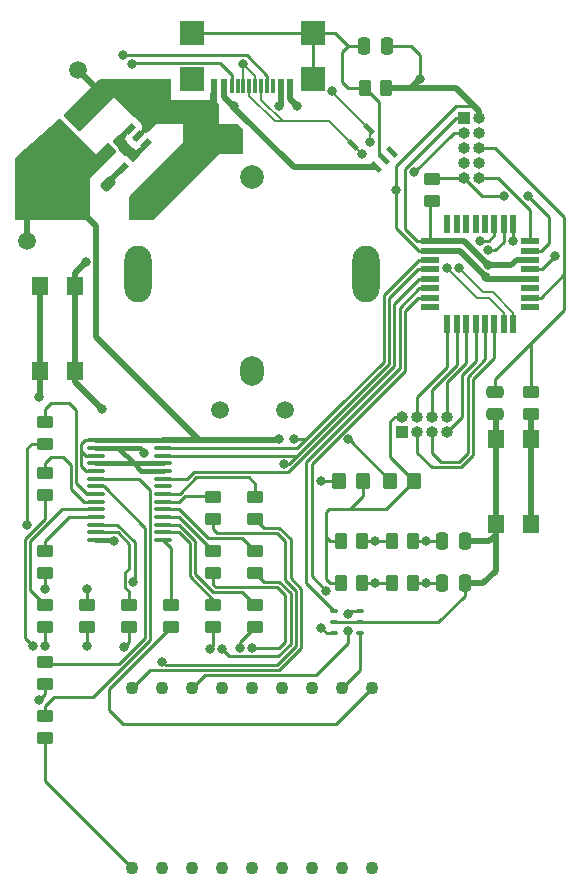
<source format=gtl>
%TF.GenerationSoftware,KiCad,Pcbnew,(6.0.2)*%
%TF.CreationDate,2022-04-01T16:02:14+02:00*%
%TF.ProjectId,rotarykeyboard,726f7461-7279-46b6-9579-626f6172642e,rev?*%
%TF.SameCoordinates,Original*%
%TF.FileFunction,Copper,L1,Top*%
%TF.FilePolarity,Positive*%
%FSLAX46Y46*%
G04 Gerber Fmt 4.6, Leading zero omitted, Abs format (unit mm)*
G04 Created by KiCad (PCBNEW (6.0.2)) date 2022-04-01 16:02:14*
%MOMM*%
%LPD*%
G01*
G04 APERTURE LIST*
G04 Aperture macros list*
%AMRoundRect*
0 Rectangle with rounded corners*
0 $1 Rounding radius*
0 $2 $3 $4 $5 $6 $7 $8 $9 X,Y pos of 4 corners*
0 Add a 4 corners polygon primitive as box body*
4,1,4,$2,$3,$4,$5,$6,$7,$8,$9,$2,$3,0*
0 Add four circle primitives for the rounded corners*
1,1,$1+$1,$2,$3*
1,1,$1+$1,$4,$5*
1,1,$1+$1,$6,$7*
1,1,$1+$1,$8,$9*
0 Add four rect primitives between the rounded corners*
20,1,$1+$1,$2,$3,$4,$5,0*
20,1,$1+$1,$4,$5,$6,$7,0*
20,1,$1+$1,$6,$7,$8,$9,0*
20,1,$1+$1,$8,$9,$2,$3,0*%
%AMRotRect*
0 Rectangle, with rotation*
0 The origin of the aperture is its center*
0 $1 length*
0 $2 width*
0 $3 Rotation angle, in degrees counterclockwise*
0 Add horizontal line*
21,1,$1,$2,0,0,$3*%
G04 Aperture macros list end*
%TA.AperFunction,SMDPad,CuDef*%
%ADD10RoundRect,0.250000X-0.450000X0.262500X-0.450000X-0.262500X0.450000X-0.262500X0.450000X0.262500X0*%
%TD*%
%TA.AperFunction,SMDPad,CuDef*%
%ADD11RoundRect,0.250000X-0.475000X0.250000X-0.475000X-0.250000X0.475000X-0.250000X0.475000X0.250000X0*%
%TD*%
%TA.AperFunction,SMDPad,CuDef*%
%ADD12RoundRect,0.250000X-0.250000X-0.475000X0.250000X-0.475000X0.250000X0.475000X-0.250000X0.475000X0*%
%TD*%
%TA.AperFunction,SMDPad,CuDef*%
%ADD13R,0.609600X1.143000*%
%TD*%
%TA.AperFunction,SMDPad,CuDef*%
%ADD14R,0.304800X1.143000*%
%TD*%
%TA.AperFunction,SMDPad,CuDef*%
%ADD15R,2.159000X2.006600*%
%TD*%
%TA.AperFunction,SMDPad,CuDef*%
%ADD16C,1.500000*%
%TD*%
%TA.AperFunction,SMDPad,CuDef*%
%ADD17RoundRect,0.218750X0.424264X0.114905X0.114905X0.424264X-0.424264X-0.114905X-0.114905X-0.424264X0*%
%TD*%
%TA.AperFunction,SMDPad,CuDef*%
%ADD18RoundRect,0.250000X0.159099X-0.512652X0.512652X-0.159099X-0.159099X0.512652X-0.512652X0.159099X0*%
%TD*%
%TA.AperFunction,ComponentPad*%
%ADD19C,2.000000*%
%TD*%
%TA.AperFunction,ComponentPad*%
%ADD20O,2.300000X4.800000*%
%TD*%
%TA.AperFunction,ComponentPad*%
%ADD21O,2.000000X2.500000*%
%TD*%
%TA.AperFunction,ComponentPad*%
%ADD22C,1.500000*%
%TD*%
%TA.AperFunction,SMDPad,CuDef*%
%ADD23RoundRect,0.250000X-0.262500X-0.450000X0.262500X-0.450000X0.262500X0.450000X-0.262500X0.450000X0*%
%TD*%
%TA.AperFunction,ComponentPad*%
%ADD24R,1.000000X1.000000*%
%TD*%
%TA.AperFunction,ComponentPad*%
%ADD25O,1.000000X1.000000*%
%TD*%
%TA.AperFunction,SMDPad,CuDef*%
%ADD26RoundRect,0.250000X0.350000X0.450000X-0.350000X0.450000X-0.350000X-0.450000X0.350000X-0.450000X0*%
%TD*%
%TA.AperFunction,SMDPad,CuDef*%
%ADD27RotRect,0.914400X0.508000X225.000000*%
%TD*%
%TA.AperFunction,ComponentPad*%
%ADD28C,1.100000*%
%TD*%
%TA.AperFunction,SMDPad,CuDef*%
%ADD29R,1.400000X1.600000*%
%TD*%
%TA.AperFunction,SMDPad,CuDef*%
%ADD30RoundRect,0.100000X-0.200000X0.100000X-0.200000X-0.100000X0.200000X-0.100000X0.200000X0.100000X0*%
%TD*%
%TA.AperFunction,SMDPad,CuDef*%
%ADD31RoundRect,0.100000X-0.637500X-0.100000X0.637500X-0.100000X0.637500X0.100000X-0.637500X0.100000X0*%
%TD*%
%TA.AperFunction,SMDPad,CuDef*%
%ADD32RotRect,1.003300X0.406400X315.000000*%
%TD*%
%TA.AperFunction,SMDPad,CuDef*%
%ADD33R,0.550000X1.600000*%
%TD*%
%TA.AperFunction,SMDPad,CuDef*%
%ADD34R,1.600000X0.550000*%
%TD*%
%TA.AperFunction,ViaPad*%
%ADD35C,0.800000*%
%TD*%
%TA.AperFunction,Conductor*%
%ADD36C,0.250000*%
%TD*%
%TA.AperFunction,Conductor*%
%ADD37C,0.500000*%
%TD*%
%TA.AperFunction,Conductor*%
%ADD38C,0.400000*%
%TD*%
%TA.AperFunction,Conductor*%
%ADD39C,0.200000*%
%TD*%
G04 APERTURE END LIST*
D10*
%TO.P,R205,1*%
%TO.N,Net-(U203-Pad8)*%
X63754000Y-73509500D03*
%TO.P,R205,2*%
%TO.N,Net-(R205-Pad2)*%
X63754000Y-75334500D03*
%TD*%
D11*
%TO.P,C108,1*%
%TO.N,Net-(C108-Pad1)*%
X101854000Y-70932000D03*
%TO.P,C108,2*%
%TO.N,GND*%
X101854000Y-72832000D03*
%TD*%
D10*
%TO.P,R214,1*%
%TO.N,Net-(R214-Pad1)*%
X81542391Y-89003500D03*
%TO.P,R214,2*%
%TO.N,Net-(R214-Pad2)*%
X81542391Y-90828500D03*
%TD*%
D12*
%TO.P,C107,1*%
%TO.N,Net-(C107-Pad1)*%
X97348000Y-87122000D03*
%TO.P,C107,2*%
%TO.N,GND*%
X99248000Y-87122000D03*
%TD*%
D13*
%TO.P,J301,A1,GND*%
%TO.N,GND*%
X84480001Y-45018800D03*
%TO.P,J301,A4,VBUS*%
%TO.N,+5V*%
X83680000Y-45018800D03*
D14*
%TO.P,J301,A5,CC1*%
%TO.N,Net-(J301-PadA5)*%
X82530000Y-45018800D03*
%TO.P,J301,A6,D+*%
%TO.N,/USB & Power/USB_D+*%
X81530000Y-45018800D03*
%TO.P,J301,A7,D-*%
%TO.N,/USB & Power/USB_D-*%
X81030000Y-45018800D03*
%TO.P,J301,A8,SBU1*%
%TO.N,unconnected-(J301-PadA8)*%
X80030000Y-45018800D03*
D13*
%TO.P,J301,A9,VBUS*%
%TO.N,+5V*%
X78880000Y-45018800D03*
%TO.P,J301,A12,GND*%
%TO.N,GND*%
X78080001Y-45018800D03*
D14*
%TO.P,J301,B5,CC2*%
%TO.N,Net-(J301-PadB5)*%
X79530001Y-45018800D03*
%TO.P,J301,B6,D+*%
%TO.N,/USB & Power/USB_D+*%
X80529999Y-45018800D03*
%TO.P,J301,B7,D-*%
%TO.N,/USB & Power/USB_D-*%
X82030001Y-45018800D03*
%TO.P,J301,B8,SBU2*%
%TO.N,unconnected-(J301-PadB8)*%
X83029999Y-45018800D03*
D15*
%TO.P,J301,S1,SHIELD*%
%TO.N,Net-(C301-Pad1)*%
X76170000Y-40513800D03*
X86390000Y-44443800D03*
X76170000Y-44443800D03*
X86390000Y-40513800D03*
%TD*%
D16*
%TO.P,GND,1,1*%
%TO.N,GND*%
X66548000Y-43688000D03*
%TD*%
D17*
%TO.P,L301,1,1*%
%TO.N,Net-(L301-Pad1)*%
X69077301Y-53329301D03*
%TO.P,L301,2,2*%
%TO.N,+3V3*%
X67574699Y-51826699D03*
%TD*%
D18*
%TO.P,C303,1*%
%TO.N,+3V3*%
X65114249Y-48931751D03*
%TO.P,C303,2*%
%TO.N,GND*%
X66457751Y-47588249D03*
%TD*%
D10*
%TO.P,R209,1*%
%TO.N,Net-(U203-Pad12)*%
X67310000Y-89003500D03*
%TO.P,R209,2*%
%TO.N,Net-(R209-Pad2)*%
X67310000Y-90828500D03*
%TD*%
%TO.P,R105,1*%
%TO.N,Net-(C108-Pad1)*%
X104902000Y-70969500D03*
%TO.P,R105,2*%
%TO.N,Net-(R105-Pad2)*%
X104902000Y-72794500D03*
%TD*%
%TO.P,R208,1*%
%TO.N,Net-(U203-Pad11)*%
X63754000Y-84431500D03*
%TO.P,R208,2*%
%TO.N,Net-(R208-Pad2)*%
X63754000Y-86256500D03*
%TD*%
D19*
%TO.P,SW101,S*%
%TO.N,N/C*%
X81280000Y-52760000D03*
D20*
X71630000Y-60960000D03*
X90930000Y-60960000D03*
D21*
X81280000Y-69160000D03*
D22*
%TO.P,SW101,C,C*%
%TO.N,GND*%
X79280000Y-49460000D03*
%TO.P,SW101,B,B*%
%TO.N,Net-(R102-Pad2)*%
X84030000Y-72460000D03*
%TO.P,SW101,A,A*%
%TO.N,Net-(R101-Pad2)*%
X78530000Y-72460000D03*
%TD*%
D23*
%TO.P,R101,1*%
%TO.N,+3V3*%
X88749500Y-83566000D03*
%TO.P,R101,2*%
%TO.N,Net-(R101-Pad2)*%
X90574500Y-83566000D03*
%TD*%
D10*
%TO.P,R217,1*%
%TO.N,Net-(R217-Pad1)*%
X70866000Y-89003500D03*
%TO.P,R217,2*%
%TO.N,Net-(R217-Pad2)*%
X70866000Y-90828500D03*
%TD*%
%TO.P,R207,1*%
%TO.N,Net-(U203-Pad10)*%
X63754000Y-89003500D03*
%TO.P,R207,2*%
%TO.N,Net-(U202-Pad6)*%
X63754000Y-90828500D03*
%TD*%
D24*
%TO.P,J102,1,Pin_1*%
%TO.N,+3V3*%
X99197000Y-47742000D03*
D25*
%TO.P,J102,2,Pin_2*%
%TO.N,GND*%
X100467000Y-47742000D03*
%TO.P,J102,3,Pin_3*%
X99197000Y-49012000D03*
%TO.P,J102,4,Pin_4*%
%TO.N,unconnected-(J102-Pad4)*%
X100467000Y-49012000D03*
%TO.P,J102,5,Pin_5*%
%TO.N,unconnected-(J102-Pad5)*%
X99197000Y-50282000D03*
%TO.P,J102,6,Pin_6*%
%TO.N,Net-(C108-Pad1)*%
X100467000Y-50282000D03*
%TO.P,J102,7,Pin_7*%
%TO.N,unconnected-(J102-Pad7)*%
X99197000Y-51552000D03*
%TO.P,J102,8,Pin_8*%
%TO.N,unconnected-(J102-Pad8)*%
X100467000Y-51552000D03*
%TO.P,J102,9,Pin_9*%
%TO.N,Net-(J102-Pad9)*%
X99197000Y-52822000D03*
%TO.P,J102,10,Pin_10*%
%TO.N,Net-(J102-Pad10)*%
X100467000Y-52822000D03*
%TD*%
D26*
%TO.P,R202,1*%
%TO.N,+3V3*%
X94980000Y-78486000D03*
%TO.P,R202,2*%
%TO.N,/Segment display/SDA*%
X92980000Y-78486000D03*
%TD*%
D10*
%TO.P,R212,1*%
%TO.N,Net-(R212-Pad1)*%
X81542391Y-84431500D03*
%TO.P,R212,2*%
%TO.N,Net-(R212-Pad2)*%
X81542391Y-86256500D03*
%TD*%
%TO.P,R213,1*%
%TO.N,Net-(R213-Pad1)*%
X77986391Y-84431500D03*
%TO.P,R213,2*%
%TO.N,Net-(R213-Pad2)*%
X77986391Y-86256500D03*
%TD*%
D26*
%TO.P,R201,1*%
%TO.N,+3V3*%
X90662000Y-78486000D03*
%TO.P,R201,2*%
%TO.N,/Segment display/SCL*%
X88662000Y-78486000D03*
%TD*%
D23*
%TO.P,R301,1*%
%TO.N,Net-(C301-Pad1)*%
X90781500Y-45212000D03*
%TO.P,R301,2*%
%TO.N,GND*%
X92606500Y-45212000D03*
%TD*%
%TO.P,R103,1*%
%TO.N,Net-(R101-Pad2)*%
X93067500Y-83566000D03*
%TO.P,R103,2*%
%TO.N,Net-(C106-Pad1)*%
X94892500Y-83566000D03*
%TD*%
D27*
%TO.P,U302,1,VIN*%
%TO.N,+5V*%
X72264367Y-49968711D03*
%TO.P,U302,2,GND*%
%TO.N,GND*%
X71599828Y-49304172D03*
%TO.P,U302,3,CE*%
%TO.N,+5V*%
X70935289Y-48639633D03*
%TO.P,U302,4,VOUT*%
%TO.N,+3V3*%
X68950653Y-50606309D03*
%TO.P,U302,5,LX*%
%TO.N,Net-(L301-Pad1)*%
X70297691Y-51953347D03*
%TD*%
D28*
%TO.P,U202,1,E*%
%TO.N,Net-(U202-Pad1)*%
X71120000Y-111252000D03*
%TO.P,U202,2,M*%
%TO.N,Net-(U202-Pad2)*%
X73660000Y-111252000D03*
%TO.P,U202,3,NC*%
%TO.N,unconnected-(U202-Pad3)*%
X76200000Y-111252000D03*
%TO.P,U202,4,L*%
%TO.N,Net-(R205-Pad2)*%
X78740000Y-111252000D03*
%TO.P,U202,5,K*%
%TO.N,Net-(U202-Pad5)*%
X81280000Y-111252000D03*
%TO.P,U202,6,J*%
%TO.N,Net-(U202-Pad6)*%
X83820000Y-111252000D03*
%TO.P,U202,7,D*%
%TO.N,Net-(R208-Pad2)*%
X86360000Y-111252000D03*
%TO.P,U202,8,DP*%
%TO.N,Net-(R209-Pad2)*%
X88900000Y-111252000D03*
%TO.P,U202,9,C*%
%TO.N,Net-(R217-Pad2)*%
X91440000Y-111252000D03*
%TO.P,U202,10,B*%
%TO.N,Net-(R216-Pad2)*%
X91440000Y-96012000D03*
%TO.P,U202,11,C2*%
%TO.N,Net-(U201-Pad4)*%
X88900000Y-96012000D03*
%TO.P,U202,12,A*%
%TO.N,Net-(R215-Pad2)*%
X86360000Y-96012000D03*
%TO.P,U202,13,N*%
%TO.N,Net-(R214-Pad2)*%
X83820000Y-96012000D03*
%TO.P,U202,14,H*%
%TO.N,Net-(R213-Pad2)*%
X81280000Y-96012000D03*
%TO.P,U202,15,G*%
%TO.N,Net-(R212-Pad2)*%
X78740000Y-96012000D03*
%TO.P,U202,16,C1*%
%TO.N,Net-(U201-Pad6)*%
X76200000Y-96012000D03*
%TO.P,U202,17,P*%
%TO.N,Net-(R211-Pad2)*%
X73660000Y-96012000D03*
%TO.P,U202,18,F*%
%TO.N,Net-(R210-Pad2)*%
X71120000Y-96012000D03*
%TD*%
D29*
%TO.P,SW102,1,1*%
%TO.N,GND*%
X66270000Y-69132000D03*
%TO.P,SW102,2,2*%
X66270000Y-61932000D03*
%TO.P,SW102,3,K*%
%TO.N,Net-(SW102-Pad3)*%
X63270000Y-69132000D03*
%TO.P,SW102,4,A*%
X63270000Y-61932000D03*
%TD*%
D30*
%TO.P,U201,1,G1*%
%TO.N,/Segment display/C1*%
X88224000Y-89474000D03*
%TO.P,U201,2,S2*%
%TO.N,GND*%
X88224000Y-90424000D03*
%TO.P,U201,3,G2*%
%TO.N,/Segment display/C2*%
X88224000Y-91374000D03*
%TO.P,U201,4,D2*%
%TO.N,Net-(U201-Pad4)*%
X90424000Y-91374000D03*
%TO.P,U201,5,S1*%
%TO.N,GND*%
X90424000Y-90424000D03*
%TO.P,U201,6,D1*%
%TO.N,Net-(U201-Pad6)*%
X90424000Y-89474000D03*
%TD*%
D12*
%TO.P,C301,1*%
%TO.N,Net-(C301-Pad1)*%
X90744000Y-41656000D03*
%TO.P,C301,2*%
%TO.N,GND*%
X92644000Y-41656000D03*
%TD*%
D10*
%TO.P,R215,1*%
%TO.N,Net-(R215-Pad1)*%
X77986391Y-89003500D03*
%TO.P,R215,2*%
%TO.N,Net-(R215-Pad2)*%
X77986391Y-90828500D03*
%TD*%
%TO.P,R210,1*%
%TO.N,Net-(R210-Pad1)*%
X81542391Y-79859500D03*
%TO.P,R210,2*%
%TO.N,Net-(R210-Pad2)*%
X81542391Y-81684500D03*
%TD*%
D31*
%TO.P,U203,1,A0*%
%TO.N,+3V3*%
X68011891Y-75023000D03*
%TO.P,U203,2,A1*%
%TO.N,GND*%
X68011891Y-75673000D03*
%TO.P,U203,3,A2*%
%TO.N,+3V3*%
X68011891Y-76323000D03*
%TO.P,U203,4,A3*%
%TO.N,GND*%
X68011891Y-76973000D03*
%TO.P,U203,5,A4*%
%TO.N,+3V3*%
X68011891Y-77623000D03*
%TO.P,U203,6,LED0*%
%TO.N,Net-(U203-Pad6)*%
X68011891Y-78273000D03*
%TO.P,U203,7,LED1*%
%TO.N,Net-(U203-Pad7)*%
X68011891Y-78923000D03*
%TO.P,U203,8,LED2*%
%TO.N,Net-(U203-Pad8)*%
X68011891Y-79573000D03*
%TO.P,U203,9,LED3*%
%TO.N,Net-(U203-Pad9)*%
X68011891Y-80223000D03*
%TO.P,U203,10,LED4*%
%TO.N,Net-(U203-Pad10)*%
X68011891Y-80873000D03*
%TO.P,U203,11,LED5*%
%TO.N,Net-(U203-Pad11)*%
X68011891Y-81523000D03*
%TO.P,U203,12,LED6*%
%TO.N,Net-(U203-Pad12)*%
X68011891Y-82173000D03*
%TO.P,U203,13,LED7*%
%TO.N,Net-(R217-Pad1)*%
X68011891Y-82823000D03*
%TO.P,U203,14,VSS*%
%TO.N,GND*%
X68011891Y-83473000D03*
%TO.P,U203,15,LED8*%
%TO.N,Net-(R216-Pad1)*%
X73736891Y-83473000D03*
%TO.P,U203,16,LED9*%
%TO.N,Net-(R215-Pad1)*%
X73736891Y-82823000D03*
%TO.P,U203,17,LED10*%
%TO.N,Net-(R214-Pad1)*%
X73736891Y-82173000D03*
%TO.P,U203,18,LED11*%
%TO.N,Net-(R213-Pad1)*%
X73736891Y-81523000D03*
%TO.P,U203,19,LED12*%
%TO.N,Net-(R212-Pad1)*%
X73736891Y-80873000D03*
%TO.P,U203,20,LED13*%
%TO.N,Net-(R211-Pad1)*%
X73736891Y-80223000D03*
%TO.P,U203,21,LED14*%
%TO.N,Net-(R210-Pad1)*%
X73736891Y-79573000D03*
%TO.P,U203,22,LED15*%
%TO.N,unconnected-(U203-Pad22)*%
X73736891Y-78923000D03*
%TO.P,U203,23,~{OE}*%
%TO.N,/Segment display/~OE*%
X73736891Y-78273000D03*
%TO.P,U203,24,A5*%
%TO.N,GND*%
X73736891Y-77623000D03*
%TO.P,U203,25,EXTCLK*%
X73736891Y-76973000D03*
%TO.P,U203,26,SCL*%
%TO.N,/Segment display/SCL*%
X73736891Y-76323000D03*
%TO.P,U203,27,SDA*%
%TO.N,/Segment display/SDA*%
X73736891Y-75673000D03*
%TO.P,U203,28,VDD*%
%TO.N,+3V3*%
X73736891Y-75023000D03*
%TD*%
D10*
%TO.P,R216,1*%
%TO.N,Net-(R216-Pad1)*%
X74430391Y-89003500D03*
%TO.P,R216,2*%
%TO.N,Net-(R216-Pad2)*%
X74430391Y-90828500D03*
%TD*%
D23*
%TO.P,R104,1*%
%TO.N,Net-(R102-Pad2)*%
X93067500Y-87122000D03*
%TO.P,R104,2*%
%TO.N,Net-(C107-Pad1)*%
X94892500Y-87122000D03*
%TD*%
D10*
%TO.P,R106,1*%
%TO.N,Net-(J102-Pad9)*%
X96520000Y-52935500D03*
%TO.P,R106,2*%
%TO.N,+3V3*%
X96520000Y-54760500D03*
%TD*%
D12*
%TO.P,C106,1*%
%TO.N,Net-(C106-Pad1)*%
X97348000Y-83566000D03*
%TO.P,C106,2*%
%TO.N,GND*%
X99248000Y-83566000D03*
%TD*%
D10*
%TO.P,R204,1*%
%TO.N,Net-(U203-Pad7)*%
X63754000Y-93829500D03*
%TO.P,R204,2*%
%TO.N,Net-(U202-Pad2)*%
X63754000Y-95654500D03*
%TD*%
D29*
%TO.P,SW103,1,1*%
%TO.N,Net-(R105-Pad2)*%
X104878000Y-82086000D03*
%TO.P,SW103,2,2*%
X104878000Y-74886000D03*
%TO.P,SW103,3,K*%
%TO.N,GND*%
X101878000Y-82086000D03*
%TO.P,SW103,4,A*%
X101878000Y-74886000D03*
%TD*%
D23*
%TO.P,R102,1*%
%TO.N,+3V3*%
X88749500Y-87122000D03*
%TO.P,R102,2*%
%TO.N,Net-(R102-Pad2)*%
X90574500Y-87122000D03*
%TD*%
D10*
%TO.P,R211,1*%
%TO.N,Net-(R211-Pad1)*%
X77986391Y-79859500D03*
%TO.P,R211,2*%
%TO.N,Net-(R211-Pad2)*%
X77986391Y-81684500D03*
%TD*%
D24*
%TO.P,J101,1,Pin_1*%
%TO.N,GND*%
X93980000Y-74285000D03*
D25*
%TO.P,J101,2,Pin_2*%
%TO.N,+3V3*%
X93980000Y-73015000D03*
%TO.P,J101,3,Pin_3*%
%TO.N,Net-(J101-Pad3)*%
X95250000Y-74285000D03*
%TO.P,J101,4,Pin_4*%
%TO.N,Net-(J101-Pad4)*%
X95250000Y-73015000D03*
%TO.P,J101,5,Pin_5*%
%TO.N,Net-(J101-Pad5)*%
X96520000Y-74285000D03*
%TO.P,J101,6,Pin_6*%
%TO.N,Net-(J101-Pad6)*%
X96520000Y-73015000D03*
%TO.P,J101,7,Pin_7*%
%TO.N,Net-(J101-Pad7)*%
X97790000Y-74285000D03*
%TO.P,J101,8,Pin_8*%
%TO.N,Net-(J101-Pad8)*%
X97790000Y-73015000D03*
%TD*%
D10*
%TO.P,R203,1*%
%TO.N,Net-(U203-Pad6)*%
X63754000Y-98401500D03*
%TO.P,R203,2*%
%TO.N,Net-(U202-Pad1)*%
X63754000Y-100226500D03*
%TD*%
D16*
%TO.P,+3V3,1,1*%
%TO.N,+3V3*%
X62230000Y-58166000D03*
%TD*%
D32*
%TO.P,U301,1*%
%TO.N,/USB & Power/USB_D+*%
X91155326Y-48663880D03*
%TO.P,U301,2*%
%TO.N,/USB & Power/USB_D-*%
X89811880Y-50007326D03*
%TO.P,U301,3*%
%TO.N,+5V*%
X91724674Y-51920120D03*
%TO.P,U301,4*%
%TO.N,Net-(C301-Pad1)*%
X92396397Y-51248397D03*
%TO.P,U301,5*%
%TO.N,unconnected-(U301-Pad5)*%
X93068120Y-50576674D03*
%TD*%
D10*
%TO.P,R206,1*%
%TO.N,Net-(U203-Pad9)*%
X63754000Y-77827500D03*
%TO.P,R206,2*%
%TO.N,Net-(U202-Pad5)*%
X63754000Y-79652500D03*
%TD*%
D33*
%TO.P,U101,1,PA00*%
%TO.N,Net-(SW102-Pad3)*%
X103384000Y-56710000D03*
%TO.P,U101,2,PA01*%
%TO.N,Net-(C106-Pad1)*%
X102584000Y-56710000D03*
%TO.P,U101,3,PA02*%
%TO.N,Net-(C107-Pad1)*%
X101784000Y-56710000D03*
%TO.P,U101,4,PA03*%
%TO.N,unconnected-(U101-Pad4)*%
X100984000Y-56710000D03*
%TO.P,U101,5,PA04*%
%TO.N,unconnected-(U101-Pad5)*%
X100184000Y-56710000D03*
%TO.P,U101,6,PA05*%
%TO.N,unconnected-(U101-Pad6)*%
X99384000Y-56710000D03*
%TO.P,U101,7,PA06*%
%TO.N,unconnected-(U101-Pad7)*%
X98584000Y-56710000D03*
%TO.P,U101,8,PA07*%
%TO.N,unconnected-(U101-Pad8)*%
X97784000Y-56710000D03*
D34*
%TO.P,U101,9,VDDANA*%
%TO.N,+3V3*%
X96334000Y-58160000D03*
%TO.P,U101,10,GND*%
%TO.N,GND*%
X96334000Y-58960000D03*
%TO.P,U101,11,PA08*%
%TO.N,/Segment display/SDA*%
X96334000Y-59760000D03*
%TO.P,U101,12,PA09*%
%TO.N,/Segment display/SCL*%
X96334000Y-60560000D03*
%TO.P,U101,13,PA10*%
%TO.N,/Segment display/~OE*%
X96334000Y-61360000D03*
%TO.P,U101,14,PA11*%
%TO.N,/Segment display/C1*%
X96334000Y-62160000D03*
%TO.P,U101,15,PA14*%
%TO.N,/Segment display/C2*%
X96334000Y-62960000D03*
%TO.P,U101,16,PA15*%
%TO.N,unconnected-(U101-Pad16)*%
X96334000Y-63760000D03*
D33*
%TO.P,U101,17,PA16*%
%TO.N,Net-(J101-Pad4)*%
X97784000Y-65210000D03*
%TO.P,U101,18,PA17*%
%TO.N,Net-(J101-Pad6)*%
X98584000Y-65210000D03*
%TO.P,U101,19,PA18*%
%TO.N,Net-(J101-Pad8)*%
X99384000Y-65210000D03*
%TO.P,U101,20,PA19*%
%TO.N,Net-(J101-Pad7)*%
X100184000Y-65210000D03*
%TO.P,U101,21,PA22*%
%TO.N,Net-(J101-Pad5)*%
X100984000Y-65210000D03*
%TO.P,U101,22,PA23*%
%TO.N,Net-(J101-Pad3)*%
X101784000Y-65210000D03*
%TO.P,U101,23,PA24*%
%TO.N,/USB & Power/USB_D-*%
X102584000Y-65210000D03*
%TO.P,U101,24,PA25*%
%TO.N,/USB & Power/USB_D+*%
X103384000Y-65210000D03*
D34*
%TO.P,U101,25,PA27*%
%TO.N,unconnected-(U101-Pad25)*%
X104834000Y-63760000D03*
%TO.P,U101,26,\u002ARESET*%
%TO.N,Net-(C108-Pad1)*%
X104834000Y-62960000D03*
%TO.P,U101,27,PA28*%
%TO.N,unconnected-(U101-Pad27)*%
X104834000Y-62160000D03*
%TO.P,U101,28,GND*%
%TO.N,GND*%
X104834000Y-61360000D03*
%TO.P,U101,29,VDDCORE*%
%TO.N,Net-(C109-Pad1)*%
X104834000Y-60560000D03*
%TO.P,U101,30,VDDIN*%
%TO.N,+3V3*%
X104834000Y-59760000D03*
%TO.P,U101,31,PA30*%
%TO.N,Net-(J102-Pad9)*%
X104834000Y-58960000D03*
%TO.P,U101,32,PA31*%
%TO.N,Net-(J102-Pad10)*%
X104834000Y-58160000D03*
%TD*%
D35*
%TO.N,GND*%
X71628000Y-55626000D03*
X67222500Y-59944000D03*
X69596000Y-83566000D03*
X66548000Y-47752000D03*
X72144391Y-76073000D03*
X93472000Y-53848000D03*
X95504000Y-44450000D03*
X95000299Y-52328299D03*
X101092000Y-61214000D03*
X68580000Y-72390000D03*
X76454000Y-46990000D03*
X85090000Y-46736000D03*
%TO.N,Net-(C106-Pad1)*%
X96012000Y-83566000D03*
X101218791Y-58938039D03*
%TO.N,Net-(C107-Pad1)*%
X100584000Y-58166000D03*
X96012000Y-87122000D03*
%TO.N,+3V3*%
X101267938Y-60188562D03*
X83566000Y-74930000D03*
%TO.N,Net-(C109-Pad1)*%
X106934000Y-59436000D03*
%TO.N,Net-(C301-Pad1)*%
X76200000Y-44450000D03*
X76170000Y-40513800D03*
%TO.N,+5V*%
X79690139Y-46736000D03*
X83566000Y-46736000D03*
X70612000Y-50292000D03*
%TO.N,Net-(J102-Pad9)*%
X104652299Y-54351701D03*
X102611701Y-54360299D03*
%TO.N,Net-(J301-PadA5)*%
X70358000Y-42418000D03*
%TO.N,/USB & Power/USB_D-*%
X97790000Y-60452000D03*
X90554250Y-50800000D03*
%TO.N,/USB & Power/USB_D+*%
X98806000Y-60452000D03*
X88068379Y-45474407D03*
X80518000Y-43180000D03*
X91253750Y-49784000D03*
%TO.N,Net-(J301-PadB5)*%
X71120000Y-43180000D03*
%TO.N,Net-(R101-Pad2)*%
X91694000Y-83566000D03*
%TO.N,Net-(R102-Pad2)*%
X91694000Y-87122000D03*
%TO.N,/Segment display/SCL*%
X87122000Y-78486000D03*
X83942701Y-76999500D03*
%TO.N,/Segment display/SDA*%
X89413017Y-74935017D03*
X84836000Y-74930000D03*
%TO.N,Net-(R205-Pad2)*%
X62175687Y-82213997D03*
%TO.N,Net-(R208-Pad2)*%
X63754000Y-87630000D03*
%TO.N,Net-(R209-Pad2)*%
X67310000Y-92456000D03*
%TO.N,Net-(R211-Pad2)*%
X73660000Y-93763500D03*
%TO.N,Net-(R212-Pad2)*%
X78723503Y-92710000D03*
%TO.N,Net-(R213-Pad2)*%
X81280000Y-92589480D03*
%TO.N,Net-(R214-Pad2)*%
X80280497Y-92589480D03*
%TO.N,Net-(R215-Pad2)*%
X77724000Y-92710000D03*
%TO.N,Net-(R217-Pad2)*%
X70416842Y-92514842D03*
%TO.N,Net-(SW102-Pad3)*%
X63246000Y-71374000D03*
X103318456Y-58166000D03*
%TO.N,/Segment display/C2*%
X87122000Y-90932000D03*
X87559994Y-87770013D03*
%TO.N,Net-(U201-Pad6)*%
X89408000Y-89699500D03*
X89408000Y-91148500D03*
%TO.N,Net-(U203-Pad12)*%
X71190006Y-87008013D03*
X67310000Y-87630000D03*
%TO.N,Net-(U202-Pad2)*%
X63241701Y-97023701D03*
%TO.N,Net-(U202-Pad5)*%
X62754497Y-92456000D03*
%TO.N,Net-(U202-Pad6)*%
X63754000Y-92456000D03*
%TD*%
D36*
%TO.N,/Segment display/SDA*%
X85850564Y-74930000D02*
X88645282Y-72135282D01*
X84836000Y-74930000D02*
X85850564Y-74930000D01*
D37*
%TO.N,GND*%
X68580000Y-72390000D02*
X66270000Y-70080000D01*
X66270000Y-70080000D02*
X66270000Y-69132000D01*
D38*
X69944391Y-75673000D02*
X71744391Y-75673000D01*
X71744391Y-75673000D02*
X72144391Y-76073000D01*
D36*
X88224000Y-90424000D02*
X90424000Y-90424000D01*
D37*
X66270000Y-61932000D02*
X66270000Y-69132000D01*
D36*
X93472000Y-51816000D02*
X98559011Y-46728989D01*
D37*
X66548000Y-43688000D02*
X68072000Y-45212000D01*
D38*
X73736891Y-77623000D02*
X71894391Y-77623000D01*
D37*
X100838000Y-87122000D02*
X101878000Y-86082000D01*
D36*
X99248000Y-88204000D02*
X99248000Y-87122000D01*
D37*
X101092000Y-61214000D02*
X101238000Y-61360000D01*
X99248000Y-87122000D02*
X100838000Y-87122000D01*
D38*
X69503000Y-83473000D02*
X68011891Y-83473000D01*
X69596000Y-83566000D02*
X69503000Y-83473000D01*
D36*
X94742000Y-41656000D02*
X95504000Y-42418000D01*
D37*
X101878000Y-86082000D02*
X101878000Y-82086000D01*
D38*
X68011891Y-75673000D02*
X69944391Y-75673000D01*
D37*
X101878000Y-74886000D02*
X101878000Y-72856000D01*
D36*
X98559011Y-46728989D02*
X100083011Y-46728989D01*
D37*
X101878000Y-83034000D02*
X101878000Y-82086000D01*
D38*
X69944391Y-75673000D02*
X71244391Y-76973000D01*
D37*
X66270000Y-60896500D02*
X67222500Y-59944000D01*
D38*
X71894391Y-77623000D02*
X71244391Y-76973000D01*
D36*
X99197000Y-49012000D02*
X98316598Y-49012000D01*
D37*
X101092000Y-61214000D02*
X98838000Y-58960000D01*
X100467000Y-47112978D02*
X100467000Y-47742000D01*
X78080001Y-45018800D02*
X78080001Y-46633999D01*
X95504000Y-44450000D02*
X94742000Y-45212000D01*
D38*
X71244391Y-76973000D02*
X73736891Y-76973000D01*
D37*
X101878000Y-82086000D02*
X101878000Y-74886000D01*
D36*
X95504000Y-42418000D02*
X95504000Y-44450000D01*
X93472000Y-53848000D02*
X93472000Y-51816000D01*
D37*
X94742000Y-45212000D02*
X98566022Y-45212000D01*
X101238000Y-61360000D02*
X104834000Y-61360000D01*
D38*
X68011891Y-76973000D02*
X70369000Y-76973000D01*
X70369000Y-76973000D02*
X71244391Y-76973000D01*
D37*
X101878000Y-72856000D02*
X101854000Y-72832000D01*
X100083011Y-46728989D02*
X100467000Y-47112978D01*
X98566022Y-45212000D02*
X100083011Y-46728989D01*
X84480001Y-45018800D02*
X84480001Y-46126001D01*
D36*
X90424000Y-90424000D02*
X97028000Y-90424000D01*
D37*
X66270000Y-61932000D02*
X66270000Y-60896500D01*
D36*
X93472000Y-53848000D02*
X93472000Y-57023717D01*
D37*
X99248000Y-83566000D02*
X101346000Y-83566000D01*
D36*
X100467000Y-47742000D02*
X100467000Y-47381000D01*
X92644000Y-41656000D02*
X94742000Y-41656000D01*
X98316598Y-49012000D02*
X95000299Y-52328299D01*
D37*
X101346000Y-83566000D02*
X101878000Y-83034000D01*
D36*
X93472000Y-57023717D02*
X95408283Y-58960000D01*
X97028000Y-90424000D02*
X99248000Y-88204000D01*
D37*
X84480001Y-46126001D02*
X85090000Y-46736000D01*
X98838000Y-58960000D02*
X96334000Y-58960000D01*
D36*
X95408283Y-58960000D02*
X96334000Y-58960000D01*
D37*
X92606500Y-45212000D02*
X94742000Y-45212000D01*
D36*
%TO.N,Net-(C106-Pad1)*%
X101843961Y-58938039D02*
X102584000Y-58198000D01*
X102584000Y-58198000D02*
X102584000Y-56710000D01*
X101218791Y-58938039D02*
X101843961Y-58938039D01*
X96012000Y-83566000D02*
X97348000Y-83566000D01*
X94892500Y-83566000D02*
X96012000Y-83566000D01*
%TO.N,Net-(C107-Pad1)*%
X101784000Y-57681011D02*
X101784000Y-56710000D01*
X101299011Y-58166000D02*
X101784000Y-57681011D01*
X94892500Y-87122000D02*
X96012000Y-87122000D01*
X96012000Y-87122000D02*
X97348000Y-87122000D01*
X100584000Y-58166000D02*
X101299011Y-58166000D01*
%TO.N,Net-(C108-Pad1)*%
X101844000Y-50282000D02*
X100467000Y-50282000D01*
X105156000Y-66548000D02*
X107696000Y-64008000D01*
X101854000Y-69850000D02*
X104902000Y-66802000D01*
X105696000Y-62960000D02*
X107696000Y-60960000D01*
X104834000Y-62960000D02*
X105696000Y-62960000D01*
X104902000Y-70969500D02*
X104902000Y-66802000D01*
X107696000Y-60960000D02*
X107696000Y-56134000D01*
X107696000Y-64008000D02*
X107696000Y-60960000D01*
X107696000Y-56134000D02*
X101844000Y-50282000D01*
X101854000Y-70932000D02*
X101854000Y-69850000D01*
X104902000Y-66802000D02*
X105156000Y-66548000D01*
%TO.N,+3V3*%
X87513040Y-86751040D02*
X87884000Y-87122000D01*
X90662000Y-79772000D02*
X89574500Y-80859500D01*
D37*
X76801000Y-75023000D02*
X83473000Y-75023000D01*
X103221978Y-60198000D02*
X103659978Y-59760000D01*
D36*
X98562000Y-47742000D02*
X94234000Y-52070000D01*
X87513040Y-81134480D02*
X87513040Y-83195040D01*
D37*
X73736891Y-75023000D02*
X76801000Y-75023000D01*
D36*
X67179000Y-76323000D02*
X66802000Y-75946000D01*
X92964000Y-76454000D02*
X92964000Y-73401989D01*
X92964000Y-73401989D02*
X93350989Y-73015000D01*
D37*
X83473000Y-75023000D02*
X83566000Y-74930000D01*
X68072000Y-66294000D02*
X76801000Y-75023000D01*
D36*
X87884000Y-87122000D02*
X88749500Y-87122000D01*
D37*
X103659978Y-59760000D02*
X104834000Y-59760000D01*
D36*
X88749500Y-83566000D02*
X87884000Y-83566000D01*
D37*
X101277376Y-60198000D02*
X103221978Y-60198000D01*
D36*
X68011891Y-75023000D02*
X67143515Y-75023000D01*
X90662000Y-78486000D02*
X90662000Y-79772000D01*
D37*
X99239376Y-58160000D02*
X96334000Y-58160000D01*
D36*
X94980000Y-78470000D02*
X92964000Y-76454000D01*
D38*
X68011891Y-75023000D02*
X73736891Y-75023000D01*
D36*
X95244000Y-58160000D02*
X96334000Y-58160000D01*
X67209000Y-77623000D02*
X68011891Y-77623000D01*
X94234000Y-57150000D02*
X95244000Y-58160000D01*
X99197000Y-47742000D02*
X98562000Y-47742000D01*
X68011891Y-76323000D02*
X67179000Y-76323000D01*
D37*
X67310000Y-56134000D02*
X68072000Y-56896000D01*
D36*
X96520000Y-54760500D02*
X96334000Y-54946500D01*
D37*
X62230000Y-58166000D02*
X62230000Y-56134000D01*
D36*
X66802000Y-77216000D02*
X67209000Y-77623000D01*
X87788020Y-80859500D02*
X87513040Y-81134480D01*
X89574500Y-80859500D02*
X87788020Y-80859500D01*
X66802000Y-75946000D02*
X66802000Y-77216000D01*
X94980000Y-78486000D02*
X92606500Y-80859500D01*
D37*
X101267938Y-60188562D02*
X99239376Y-58160000D01*
D36*
X66802000Y-75364515D02*
X66802000Y-75946000D01*
X94234000Y-52070000D02*
X94234000Y-57150000D01*
X94980000Y-78486000D02*
X94980000Y-78470000D01*
X93350989Y-73015000D02*
X93980000Y-73015000D01*
X67143515Y-75023000D02*
X66802000Y-75364515D01*
X87513040Y-83936960D02*
X87513040Y-86751040D01*
D37*
X68072000Y-56896000D02*
X68072000Y-66294000D01*
X101267938Y-60188562D02*
X101277376Y-60198000D01*
D36*
X96334000Y-54946500D02*
X96334000Y-58160000D01*
X87513040Y-83195040D02*
X87513040Y-83936960D01*
X92606500Y-80859500D02*
X89574500Y-80859500D01*
X87513040Y-83195040D02*
X87884000Y-83566000D01*
%TO.N,Net-(C109-Pad1)*%
X104834000Y-60560000D02*
X105810000Y-60560000D01*
X105810000Y-60560000D02*
X106934000Y-59436000D01*
%TO.N,Net-(C301-Pad1)*%
X88900000Y-42164000D02*
X88900000Y-44704000D01*
X89408000Y-41656000D02*
X88900000Y-42164000D01*
X88265800Y-40513800D02*
X86390000Y-40513800D01*
X91978250Y-46408750D02*
X90781500Y-45212000D01*
X86390000Y-40513800D02*
X86390000Y-44443800D01*
X89408000Y-41656000D02*
X88265800Y-40513800D01*
X90744000Y-41656000D02*
X89408000Y-41656000D01*
X86390000Y-40513800D02*
X76170000Y-40513800D01*
X91978250Y-50830250D02*
X91978250Y-46408750D01*
X89408000Y-45212000D02*
X90781500Y-45212000D01*
X92396397Y-51248397D02*
X91978250Y-50830250D01*
X88900000Y-44704000D02*
X89408000Y-45212000D01*
D37*
%TO.N,+5V*%
X83680000Y-46622000D02*
X83680000Y-45018800D01*
X79756000Y-46867721D02*
X84808399Y-51920120D01*
X84808399Y-51920120D02*
X91724674Y-51920120D01*
X83566000Y-46736000D02*
X83680000Y-46622000D01*
X78880000Y-45925861D02*
X78880000Y-45018800D01*
X79756000Y-46801861D02*
X79756000Y-46867721D01*
X79756000Y-46801861D02*
X78880000Y-45925861D01*
D36*
%TO.N,Net-(J102-Pad9)*%
X106426000Y-56125402D02*
X106426000Y-58292022D01*
X99197000Y-52822000D02*
X100735299Y-54360299D01*
X96633500Y-52822000D02*
X96520000Y-52935500D01*
X106426000Y-58292022D02*
X105758022Y-58960000D01*
X104652299Y-54351701D02*
X106426000Y-56125402D01*
X105758022Y-58960000D02*
X104834000Y-58960000D01*
X100735299Y-54360299D02*
X102611701Y-54360299D01*
X99197000Y-52822000D02*
X96633500Y-52822000D01*
%TO.N,Net-(J102-Pad10)*%
X104834000Y-55558000D02*
X102098000Y-52822000D01*
X102098000Y-52822000D02*
X100467000Y-52822000D01*
X104834000Y-58160000D02*
X104834000Y-55558000D01*
%TO.N,Net-(J301-PadA5)*%
X70358000Y-42418000D02*
X80802123Y-42418000D01*
X82530000Y-44145877D02*
X82530000Y-45018800D01*
X80802123Y-42418000D02*
X82530000Y-44145877D01*
D39*
%TO.N,/USB & Power/USB_D-*%
X84582000Y-48006000D02*
X83194278Y-48006000D01*
X97790000Y-60452000D02*
X100330000Y-62992000D01*
X87810554Y-48006000D02*
X84582000Y-48006000D01*
X102584000Y-64230000D02*
X102584000Y-65210000D01*
X100330000Y-62992000D02*
X101346000Y-62992000D01*
X83194278Y-48006000D02*
X81030000Y-45841722D01*
X90554250Y-50800000D02*
X90554250Y-50749696D01*
X81030000Y-45841722D02*
X81030000Y-45018800D01*
X82030001Y-45018800D02*
X82030001Y-46189260D01*
X101346000Y-62992000D02*
X102584000Y-64230000D01*
X82030001Y-46189260D02*
X83846741Y-48006000D01*
X90554250Y-50749696D02*
X89811880Y-50007326D01*
X83846741Y-48006000D02*
X84582000Y-48006000D01*
X89811880Y-50007326D02*
X87810554Y-48006000D01*
%TO.N,/USB & Power/USB_D+*%
X80518000Y-43180000D02*
X80518000Y-45006801D01*
X88068379Y-45576933D02*
X91155326Y-48663880D01*
X100838000Y-62484000D02*
X101658000Y-62484000D01*
X80518000Y-43180000D02*
X81530000Y-44192000D01*
X91253750Y-49784000D02*
X91253750Y-48762304D01*
X98806000Y-60452000D02*
X100838000Y-62484000D01*
X81530000Y-44192000D02*
X81530000Y-45018800D01*
X88068379Y-45474407D02*
X88068379Y-45576933D01*
X101658000Y-62484000D02*
X103384000Y-64210000D01*
X80518000Y-45006801D02*
X80529999Y-45018800D01*
X103384000Y-64210000D02*
X103384000Y-65210000D01*
X91253750Y-48762304D02*
X91155326Y-48663880D01*
D36*
%TO.N,Net-(J301-PadB5)*%
X78558815Y-43115989D02*
X79530001Y-44087175D01*
X71120000Y-43180000D02*
X71184011Y-43115989D01*
X79530001Y-44087175D02*
X79530001Y-45018800D01*
X71184011Y-43115989D02*
X78558815Y-43115989D01*
D37*
%TO.N,Net-(L301-Pad1)*%
X69077301Y-53329301D02*
X69077301Y-53173737D01*
X69077301Y-53173737D02*
X70297691Y-51953347D01*
D36*
%TO.N,Net-(R101-Pad2)*%
X91694000Y-83566000D02*
X93067500Y-83566000D01*
X91694000Y-83566000D02*
X90574500Y-83566000D01*
%TO.N,Net-(R102-Pad2)*%
X91694000Y-87122000D02*
X90574500Y-87122000D01*
X93067500Y-87122000D02*
X91694000Y-87122000D01*
D37*
%TO.N,Net-(R105-Pad2)*%
X104878000Y-74886000D02*
X104878000Y-72818500D01*
X104878000Y-72818500D02*
X104902000Y-72794500D01*
X104878000Y-82086000D02*
X104878000Y-74886000D01*
D36*
%TO.N,/Segment display/SCL*%
X85093282Y-76323000D02*
X84416782Y-76999500D01*
X73736891Y-76323000D02*
X85093282Y-76323000D01*
X85093282Y-76323000D02*
X85915141Y-75501141D01*
X95284000Y-60560000D02*
X96334000Y-60560000D01*
X87122000Y-78486000D02*
X88662000Y-78486000D01*
X92854040Y-62989960D02*
X95284000Y-60560000D01*
X85915141Y-75501141D02*
X92854040Y-68562242D01*
X84416782Y-76999500D02*
X83942701Y-76999500D01*
X92854040Y-68562242D02*
X92854040Y-62989960D01*
%TO.N,/Segment display/SDA*%
X85107564Y-75673000D02*
X86105282Y-74675282D01*
X92404520Y-68376044D02*
X92404520Y-62765458D01*
X89429017Y-74935017D02*
X89413017Y-74935017D01*
X73736891Y-75673000D02*
X85107564Y-75673000D01*
X95409978Y-59760000D02*
X96334000Y-59760000D01*
X92404520Y-62765458D02*
X95409978Y-59760000D01*
X92980000Y-78486000D02*
X89429017Y-74935017D01*
X88645282Y-72135282D02*
X92404520Y-68376044D01*
%TO.N,Net-(R205-Pad2)*%
X62587500Y-75334500D02*
X62230000Y-75692000D01*
X62230000Y-82159684D02*
X62175687Y-82213997D01*
X62230000Y-75692000D02*
X62230000Y-81280000D01*
X63754000Y-75334500D02*
X62587500Y-75334500D01*
X62230000Y-81280000D02*
X62230000Y-82159684D01*
%TO.N,Net-(R208-Pad2)*%
X63754000Y-86256500D02*
X63754000Y-87630000D01*
%TO.N,Net-(J101-Pad3)*%
X95250000Y-76063000D02*
X95250000Y-74285000D01*
X99959040Y-76307678D02*
X98992198Y-77274520D01*
X99959040Y-76307678D02*
X99959040Y-69843547D01*
X98992198Y-77274520D02*
X96461520Y-77274520D01*
X101784000Y-68018587D02*
X99959040Y-69843547D01*
X101784000Y-65210000D02*
X101784000Y-68018587D01*
X96461520Y-77274520D02*
X95250000Y-76063000D01*
%TO.N,Net-(R209-Pad2)*%
X67310000Y-90828500D02*
X67310000Y-92456000D01*
%TO.N,Net-(R210-Pad1)*%
X81542391Y-78740000D02*
X81542391Y-79859500D01*
X75121391Y-79573000D02*
X76520871Y-78173520D01*
X76520871Y-78173520D02*
X80975911Y-78173520D01*
X73736891Y-79573000D02*
X75121391Y-79573000D01*
X80975911Y-78173520D02*
X81542391Y-78740000D01*
%TO.N,Net-(R210-Pad2)*%
X84531911Y-83379803D02*
X84531911Y-86680367D01*
X83574391Y-94488000D02*
X72644000Y-94488000D01*
X82270851Y-82412960D02*
X83565069Y-82412960D01*
X85430951Y-92631440D02*
X83574391Y-94488000D01*
X84531911Y-86680367D02*
X85430951Y-87579409D01*
X83565069Y-82412960D02*
X84531911Y-83379803D01*
X81542391Y-81684500D02*
X82270851Y-82412960D01*
X85430951Y-87579409D02*
X85430951Y-92631440D01*
X72644000Y-94488000D02*
X71120000Y-96012000D01*
%TO.N,Net-(R211-Pad1)*%
X77882891Y-79756000D02*
X77986391Y-79859500D01*
X75107109Y-80223000D02*
X75574109Y-79756000D01*
X73736891Y-80223000D02*
X75107109Y-80223000D01*
X75574109Y-79756000D02*
X77882891Y-79756000D01*
%TO.N,Net-(R211-Pad2)*%
X73934980Y-94038480D02*
X73660000Y-93763500D01*
X83388193Y-94038480D02*
X75692000Y-94038480D01*
X84981431Y-91694000D02*
X84981431Y-92445242D01*
X83378871Y-82862480D02*
X84082391Y-83566000D01*
X77986391Y-81684500D02*
X77986391Y-82550000D01*
X78298871Y-82862480D02*
X83378871Y-82862480D01*
X84082391Y-86866565D02*
X84981431Y-87765606D01*
X84981431Y-87765606D02*
X84981431Y-91694000D01*
X84981431Y-92445242D02*
X83388193Y-94038480D01*
X77986391Y-82550000D02*
X78298871Y-82862480D01*
X75692000Y-94038480D02*
X73934980Y-94038480D01*
X84082391Y-83566000D02*
X84082391Y-86866565D01*
%TO.N,Net-(R212-Pad1)*%
X75090645Y-80873000D02*
X77529645Y-83312000D01*
X77529645Y-83312000D02*
X80422891Y-83312000D01*
X80422891Y-83312000D02*
X81542391Y-84431500D01*
X73736891Y-80873000D02*
X75090645Y-80873000D01*
%TO.N,Net-(R212-Pad2)*%
X84531911Y-87951803D02*
X83565069Y-86984960D01*
X83565069Y-86984960D02*
X82270851Y-86984960D01*
X79327483Y-93313980D02*
X83476975Y-93313980D01*
X78723503Y-92710000D02*
X79327483Y-93313980D01*
X82270851Y-86984960D02*
X81542391Y-86256500D01*
X83476975Y-93313980D02*
X84531911Y-92259044D01*
X84531911Y-92259044D02*
X84531911Y-87951803D01*
%TO.N,Net-(R213-Pad1)*%
X75077891Y-81523000D02*
X77986391Y-84431500D01*
X73736891Y-81523000D02*
X75077891Y-81523000D01*
%TO.N,Net-(R213-Pad2)*%
X78172589Y-87434480D02*
X83378871Y-87434480D01*
X77986391Y-87248282D02*
X78172589Y-87434480D01*
X77986391Y-86256500D02*
X77986391Y-87248282D01*
X84082391Y-92072846D02*
X83565757Y-92589480D01*
X83565757Y-92589480D02*
X81280000Y-92589480D01*
X83378871Y-87434480D02*
X84082391Y-88138000D01*
X84082391Y-88138000D02*
X84082391Y-91694000D01*
X84082391Y-91694000D02*
X84082391Y-92072846D01*
%TO.N,Net-(R214-Pad1)*%
X73736891Y-82173000D02*
X75092173Y-82173000D01*
X75092173Y-82173000D02*
X76462391Y-83543218D01*
X76462391Y-83543218D02*
X76462391Y-86360000D01*
X76462391Y-86360000D02*
X77986391Y-87884000D01*
X80422891Y-87884000D02*
X81542391Y-89003500D01*
X77986391Y-87884000D02*
X80422891Y-87884000D01*
%TO.N,Net-(R214-Pad2)*%
X80280497Y-92090394D02*
X80280497Y-92589480D01*
X81542391Y-90828500D02*
X80280497Y-92090394D01*
%TO.N,Net-(R215-Pad1)*%
X76012871Y-86546198D02*
X77986391Y-88519718D01*
X75106455Y-82823000D02*
X76012871Y-83729416D01*
X76012871Y-83729416D02*
X76012871Y-86546198D01*
X77986391Y-88519718D02*
X77986391Y-89003500D01*
X73736891Y-82823000D02*
X75106455Y-82823000D01*
%TO.N,Net-(R215-Pad2)*%
X77724000Y-92710000D02*
X77986391Y-92447609D01*
X77986391Y-92447609D02*
X77986391Y-90828500D01*
%TO.N,Net-(R216-Pad1)*%
X74430391Y-84166500D02*
X74430391Y-89003500D01*
X73736891Y-83473000D02*
X74430391Y-84166500D01*
%TO.N,Net-(R216-Pad2)*%
X74430391Y-90828500D02*
X74399217Y-90828500D01*
X69151859Y-96075859D02*
X69151859Y-97853859D01*
X70358000Y-99060000D02*
X88392000Y-99060000D01*
X69151859Y-97853859D02*
X70358000Y-99060000D01*
X73093520Y-92134198D02*
X69151859Y-96075859D01*
X74399217Y-90828500D02*
X73093520Y-92134198D01*
X88392000Y-99060000D02*
X91440000Y-96012000D01*
%TO.N,Net-(R217-Pad1)*%
X70866000Y-85852000D02*
X70465495Y-86252505D01*
X70866000Y-83811386D02*
X70866000Y-85852000D01*
X69877614Y-82823000D02*
X70866000Y-83811386D01*
X68011891Y-82823000D02*
X69877614Y-82823000D01*
X70465495Y-86252505D02*
X70465495Y-87483495D01*
X70465495Y-87483495D02*
X70866000Y-87884000D01*
X70866000Y-87884000D02*
X70866000Y-89003500D01*
%TO.N,Net-(R217-Pad2)*%
X70866000Y-90828500D02*
X70866000Y-92065684D01*
X70866000Y-92065684D02*
X70416842Y-92514842D01*
%TO.N,Net-(SW102-Pad3)*%
X103378000Y-58106456D02*
X103378000Y-56716000D01*
X103378000Y-56716000D02*
X103384000Y-56710000D01*
X103318456Y-58166000D02*
X103378000Y-58106456D01*
D37*
X63270000Y-71350000D02*
X63246000Y-71374000D01*
X63270000Y-69132000D02*
X63270000Y-71350000D01*
X63270000Y-69132000D02*
X63270000Y-61932000D01*
D36*
%TO.N,/Segment display/~OE*%
X73736891Y-78273000D02*
X75785673Y-78273000D01*
X76334673Y-77724000D02*
X84328000Y-77724000D01*
X95409978Y-61360000D02*
X96334000Y-61360000D01*
X84328000Y-77724000D02*
X93303560Y-68748440D01*
X93303560Y-63466418D02*
X95409978Y-61360000D01*
X75785673Y-78273000D02*
X76334673Y-77724000D01*
X93303560Y-68748440D02*
X93303560Y-63466418D01*
%TO.N,/Segment display/C1*%
X93753080Y-63816898D02*
X93753080Y-68934638D01*
X85852000Y-87102000D02*
X88224000Y-89474000D01*
X95409978Y-62160000D02*
X93753080Y-63816898D01*
X96334000Y-62160000D02*
X95409978Y-62160000D01*
X85852000Y-76835716D02*
X85852000Y-87102000D01*
X93753080Y-68934638D02*
X85852000Y-76835716D01*
%TO.N,/Segment display/C2*%
X96334000Y-62960000D02*
X95284000Y-62960000D01*
X86301520Y-77021914D02*
X86301520Y-86511539D01*
X94202600Y-64041400D02*
X94202600Y-69120834D01*
X86301520Y-86511539D02*
X87559994Y-87770013D01*
X94202600Y-69120834D02*
X86301520Y-77021914D01*
X87564000Y-91374000D02*
X87122000Y-90932000D01*
X88224000Y-91374000D02*
X87564000Y-91374000D01*
X95284000Y-62960000D02*
X94202600Y-64041400D01*
%TO.N,Net-(U201-Pad6)*%
X89408000Y-92202000D02*
X86672480Y-94937520D01*
X86672480Y-94937520D02*
X77274480Y-94937520D01*
X90424000Y-89474000D02*
X89633500Y-89474000D01*
X77274480Y-94937520D02*
X76200000Y-96012000D01*
X89408000Y-91148500D02*
X89408000Y-92202000D01*
X89633500Y-89474000D02*
X89408000Y-89699500D01*
%TO.N,Net-(U201-Pad4)*%
X90424000Y-91374000D02*
X90424000Y-94488000D01*
X90424000Y-94488000D02*
X88900000Y-96012000D01*
%TO.N,Net-(J101-Pad4)*%
X97784000Y-68840000D02*
X95250000Y-71374000D01*
X95250000Y-71374000D02*
X95250000Y-73015000D01*
X97784000Y-65210000D02*
X97784000Y-68840000D01*
%TO.N,Net-(J101-Pad5)*%
X99509520Y-76121480D02*
X98806000Y-76825000D01*
X100984000Y-68182870D02*
X99509520Y-69657350D01*
X96520000Y-76063000D02*
X96520000Y-74285000D01*
X100984000Y-65210000D02*
X100984000Y-68182870D01*
X98806000Y-76825000D02*
X97282000Y-76825000D01*
X99509520Y-69657350D02*
X99509520Y-76121480D01*
X97282000Y-76825000D02*
X96520000Y-76063000D01*
%TO.N,Net-(J101-Pad6)*%
X98584000Y-65210000D02*
X98584000Y-68675717D01*
X98584000Y-68675717D02*
X96520000Y-70739718D01*
X96520000Y-70739718D02*
X96520000Y-73015000D01*
%TO.N,Net-(J101-Pad7)*%
X99060000Y-73015000D02*
X99060000Y-69471154D01*
X100184000Y-65210000D02*
X100184000Y-68347153D01*
X99060000Y-73015000D02*
X97790000Y-74285000D01*
X100184000Y-68347153D02*
X99060000Y-69471154D01*
%TO.N,Net-(J101-Pad8)*%
X99384000Y-68511435D02*
X97790000Y-70105436D01*
X97790000Y-70105436D02*
X97790000Y-73015000D01*
X99384000Y-65210000D02*
X99384000Y-68511435D01*
%TO.N,Net-(U203-Pad12)*%
X69863332Y-82173000D02*
X71315520Y-83625189D01*
X71315520Y-86882499D02*
X71190006Y-87008013D01*
X71315520Y-83625189D02*
X71315520Y-86692559D01*
X71315520Y-86692559D02*
X71315520Y-86882499D01*
X68011891Y-82173000D02*
X69863332Y-82173000D01*
X67310000Y-87630000D02*
X67310000Y-89003500D01*
%TO.N,Net-(U202-Pad1)*%
X63754000Y-103886000D02*
X71120000Y-111252000D01*
X63754000Y-100226500D02*
X63754000Y-103886000D01*
%TO.N,Net-(U203-Pad6)*%
X67818000Y-96774000D02*
X64516000Y-96774000D01*
X64516000Y-96774000D02*
X63754000Y-97536000D01*
X68011891Y-78273000D02*
X71650712Y-78273000D01*
X63754000Y-97536000D02*
X63754000Y-98401500D01*
X71650712Y-78273000D02*
X72644000Y-79266288D01*
X72644000Y-91948000D02*
X67818000Y-96774000D01*
X72644000Y-79266288D02*
X72644000Y-91948000D01*
%TO.N,Net-(U203-Pad7)*%
X69976282Y-93980000D02*
X63904500Y-93980000D01*
X63904500Y-93980000D02*
X63754000Y-93829500D01*
X72194480Y-82417728D02*
X72194480Y-91761802D01*
X68699752Y-78923000D02*
X72194480Y-82417728D01*
X72194480Y-91761802D02*
X69976282Y-93980000D01*
X68011891Y-78923000D02*
X68699752Y-78923000D01*
%TO.N,Net-(U202-Pad2)*%
X63754000Y-96511402D02*
X63241701Y-97023701D01*
X63754000Y-95654500D02*
X63754000Y-96511402D01*
%TO.N,Net-(U203-Pad8)*%
X66352480Y-72448480D02*
X65786000Y-71882000D01*
X66352480Y-78601450D02*
X66352480Y-72448480D01*
X68011891Y-79573000D02*
X67324030Y-79573000D01*
X65786000Y-71882000D02*
X64262000Y-71882000D01*
X64262000Y-71882000D02*
X63754000Y-72390000D01*
X67324030Y-79573000D02*
X66352480Y-78601450D01*
X63754000Y-72390000D02*
X63754000Y-73509500D01*
%TO.N,Net-(U203-Pad9)*%
X65278000Y-76454000D02*
X64262000Y-76454000D01*
X63754000Y-76962000D02*
X63754000Y-77827500D01*
X64262000Y-76454000D02*
X63754000Y-76962000D01*
X68011891Y-80223000D02*
X67002480Y-80223000D01*
X65902960Y-79123480D02*
X65902960Y-77078960D01*
X65902960Y-77078960D02*
X65278000Y-76454000D01*
X67002480Y-80223000D02*
X65902960Y-79123480D01*
%TO.N,Net-(U202-Pad5)*%
X62034480Y-91735983D02*
X62754497Y-92456000D01*
X62547141Y-82867141D02*
X62034480Y-83379803D01*
X63754000Y-79652500D02*
X63754000Y-81660282D01*
X62034480Y-83379803D02*
X62034480Y-87630000D01*
X63754000Y-81660282D02*
X62547141Y-82867141D01*
X62034480Y-87630000D02*
X62034480Y-91735983D01*
%TO.N,Net-(U203-Pad10)*%
X62484000Y-87733500D02*
X63754000Y-89003500D01*
X62484000Y-83566000D02*
X62484000Y-87733500D01*
X65177000Y-80873000D02*
X62484000Y-83566000D01*
X68011891Y-80873000D02*
X65177000Y-80873000D01*
%TO.N,Net-(U202-Pad6)*%
X63754000Y-90828500D02*
X63754000Y-92456000D01*
%TO.N,Net-(U203-Pad11)*%
X68011891Y-81523000D02*
X65797000Y-81523000D01*
X65797000Y-81523000D02*
X63754000Y-83566000D01*
X63754000Y-83566000D02*
X63754000Y-84431500D01*
%TD*%
%TA.AperFunction,Conductor*%
%TO.N,+5V*%
G36*
X70979321Y-48340557D02*
G01*
X71024384Y-48369518D01*
X71151169Y-48496303D01*
X71185195Y-48558615D01*
X71180130Y-48629430D01*
X71151169Y-48674493D01*
X70703334Y-49122328D01*
X70701194Y-49124990D01*
X70669090Y-49164918D01*
X70669088Y-49164921D01*
X70664141Y-49171074D01*
X70603854Y-49303670D01*
X70602973Y-49309822D01*
X70571937Y-49362195D01*
X70445207Y-49488925D01*
X70437593Y-49502869D01*
X70437724Y-49504702D01*
X70441974Y-49511316D01*
X70463990Y-49533331D01*
X70469056Y-49537876D01*
X70508936Y-49569942D01*
X70522286Y-49578164D01*
X70574157Y-49601748D01*
X70627890Y-49648151D01*
X70636706Y-49664297D01*
X70664141Y-49724638D01*
X70703334Y-49773384D01*
X71130616Y-50200666D01*
X71179362Y-50239859D01*
X71239701Y-50267293D01*
X71293435Y-50313696D01*
X71302252Y-50329843D01*
X71325838Y-50381718D01*
X71334055Y-50395062D01*
X71366116Y-50434937D01*
X71370672Y-50440015D01*
X71389453Y-50458795D01*
X71403394Y-50466407D01*
X71405229Y-50466276D01*
X71411843Y-50462025D01*
X71541805Y-50332063D01*
X71594178Y-50301027D01*
X71600330Y-50300146D01*
X71732926Y-50239859D01*
X71739079Y-50234912D01*
X71739082Y-50234910D01*
X71779010Y-50202806D01*
X71781672Y-50200666D01*
X72229507Y-49752831D01*
X72291819Y-49718805D01*
X72362634Y-49723870D01*
X72407697Y-49752831D01*
X72534482Y-49879616D01*
X72568508Y-49941928D01*
X72563443Y-50012743D01*
X72534482Y-50057806D01*
X71774285Y-50818003D01*
X71766670Y-50831947D01*
X71768131Y-50852369D01*
X71753040Y-50921743D01*
X71731547Y-50950453D01*
X71285120Y-51396880D01*
X71222808Y-51430906D01*
X71151993Y-51425841D01*
X71106930Y-51396880D01*
X70766903Y-51056853D01*
X70729494Y-51026775D01*
X70724313Y-51022609D01*
X70724310Y-51022607D01*
X70718157Y-51017660D01*
X70585561Y-50957373D01*
X70545191Y-50951592D01*
X70480596Y-50922136D01*
X70473960Y-50915960D01*
X69988040Y-50430040D01*
X69954014Y-50367728D01*
X69952412Y-50358833D01*
X69946627Y-50318439D01*
X69886340Y-50185843D01*
X69881393Y-50179690D01*
X69881391Y-50179687D01*
X69849287Y-50139759D01*
X69847147Y-50137097D01*
X69507120Y-49797070D01*
X69473094Y-49734758D01*
X69478159Y-49663943D01*
X69507120Y-49618880D01*
X69952224Y-49173776D01*
X70014536Y-49139750D01*
X70037515Y-49141394D01*
X70037413Y-49139969D01*
X70076151Y-49137198D01*
X70082765Y-49132947D01*
X70846194Y-48369518D01*
X70908506Y-48335492D01*
X70979321Y-48340557D01*
G37*
%TD.AperFunction*%
%TD*%
%TA.AperFunction,Conductor*%
%TO.N,GND*%
G36*
X74364121Y-44470002D02*
G01*
X74410614Y-44523658D01*
X74422000Y-44576000D01*
X74422000Y-46228000D01*
X77724000Y-46228000D01*
X77724000Y-45652933D01*
X77732018Y-45608704D01*
X77748473Y-45564811D01*
X77748473Y-45564809D01*
X77751245Y-45557416D01*
X77758000Y-45495234D01*
X77758000Y-44770099D01*
X77778002Y-44701978D01*
X77831658Y-44655485D01*
X77901932Y-44645381D01*
X77948599Y-44662084D01*
X77952968Y-44665424D01*
X77959148Y-44668306D01*
X77959155Y-44668310D01*
X77993949Y-44684534D01*
X78047235Y-44731451D01*
X78066700Y-44798729D01*
X78066700Y-45638434D01*
X78073455Y-45700616D01*
X78076227Y-45708009D01*
X78076227Y-45708011D01*
X78113482Y-45807388D01*
X78121500Y-45851617D01*
X78121500Y-45858791D01*
X78120067Y-45877741D01*
X78116801Y-45899210D01*
X78117394Y-45906502D01*
X78117394Y-45906505D01*
X78121085Y-45951879D01*
X78121500Y-45962094D01*
X78121500Y-45970154D01*
X78123049Y-45983444D01*
X78124789Y-45998368D01*
X78125222Y-46002743D01*
X78131140Y-46075498D01*
X78133396Y-46082462D01*
X78134587Y-46088421D01*
X78135971Y-46094276D01*
X78136818Y-46101542D01*
X78161735Y-46170188D01*
X78163152Y-46174316D01*
X78185649Y-46243760D01*
X78189445Y-46250015D01*
X78191951Y-46255489D01*
X78194670Y-46260919D01*
X78197167Y-46267798D01*
X78201180Y-46273918D01*
X78201180Y-46273919D01*
X78237186Y-46328837D01*
X78239523Y-46332541D01*
X78277405Y-46394968D01*
X78281121Y-46399176D01*
X78281122Y-46399177D01*
X78284803Y-46403345D01*
X78284776Y-46403369D01*
X78287429Y-46406361D01*
X78290132Y-46409594D01*
X78294144Y-46415713D01*
X78299456Y-46420745D01*
X78350383Y-46468989D01*
X78352825Y-46471367D01*
X78449095Y-46567637D01*
X78483121Y-46629949D01*
X78486000Y-46656732D01*
X78486000Y-48260000D01*
X80023408Y-48260000D01*
X80091529Y-48280002D01*
X80112503Y-48296905D01*
X80481095Y-48665497D01*
X80515121Y-48727809D01*
X80518000Y-48754592D01*
X80518000Y-50674000D01*
X80497998Y-50742121D01*
X80444342Y-50788614D01*
X80392000Y-50800000D01*
X78486000Y-50800000D01*
X72934905Y-56351095D01*
X72872593Y-56385121D01*
X72845810Y-56388000D01*
X70992000Y-56388000D01*
X70923879Y-56367998D01*
X70877386Y-56314342D01*
X70866000Y-56262000D01*
X70866000Y-54408190D01*
X70886002Y-54340069D01*
X70902905Y-54319095D01*
X75438000Y-49784000D01*
X75438000Y-48260000D01*
X73152000Y-48260000D01*
X72495544Y-48916456D01*
X72433232Y-48950482D01*
X72412442Y-48952717D01*
X72408051Y-48952088D01*
X72399162Y-48953361D01*
X72272751Y-48971464D01*
X72272748Y-48971465D01*
X72263865Y-48972737D01*
X72131269Y-49033024D01*
X72125116Y-49037971D01*
X72125113Y-49037973D01*
X72099259Y-49058761D01*
X72082523Y-49072217D01*
X71467974Y-49686766D01*
X71405662Y-49720792D01*
X71334847Y-49715727D01*
X71285243Y-49681981D01*
X71227673Y-49618043D01*
X71223253Y-49613134D01*
X71223405Y-49612997D01*
X71187833Y-49555252D01*
X71189187Y-49484268D01*
X71220289Y-49432971D01*
X71831783Y-48821477D01*
X71862465Y-48783317D01*
X71866027Y-48778887D01*
X71866029Y-48778884D01*
X71870976Y-48772731D01*
X71931263Y-48640135D01*
X71934183Y-48619750D01*
X71950639Y-48504838D01*
X71951912Y-48495949D01*
X71951649Y-48494112D01*
X71970641Y-48429430D01*
X71987544Y-48408456D01*
X72009000Y-48387000D01*
X71911982Y-48289982D01*
X71886376Y-48253038D01*
X71874244Y-48226355D01*
X71870976Y-48219167D01*
X71866029Y-48213014D01*
X71866027Y-48213011D01*
X71833923Y-48173083D01*
X71831783Y-48170421D01*
X71404501Y-47743139D01*
X71387765Y-47729683D01*
X71361911Y-47708895D01*
X71361908Y-47708893D01*
X71355755Y-47703946D01*
X71321884Y-47688546D01*
X71284940Y-47662940D01*
X69596000Y-45974000D01*
X66764095Y-48805905D01*
X66701783Y-48839931D01*
X66630968Y-48834866D01*
X66585905Y-48805905D01*
X65367095Y-47587095D01*
X65333069Y-47524783D01*
X65338134Y-47453968D01*
X65367095Y-47408905D01*
X68289095Y-44486905D01*
X68351407Y-44452879D01*
X68378190Y-44450000D01*
X74296000Y-44450000D01*
X74364121Y-44470002D01*
G37*
%TD.AperFunction*%
%TD*%
%TA.AperFunction,Conductor*%
%TO.N,+3V3*%
G36*
X65070196Y-47809436D02*
G01*
X65106959Y-47834959D01*
X68072000Y-50800000D01*
X68998905Y-49873095D01*
X69061217Y-49839069D01*
X69132032Y-49844134D01*
X69177095Y-49873095D01*
X69678983Y-50374983D01*
X69713009Y-50437295D01*
X69715197Y-50450906D01*
X69718458Y-50481928D01*
X69720498Y-50488206D01*
X69742570Y-50556137D01*
X69744598Y-50627104D01*
X69711832Y-50684168D01*
X67564000Y-52832000D01*
X67564000Y-56262000D01*
X67543998Y-56330121D01*
X67490342Y-56376614D01*
X67438000Y-56388000D01*
X61340000Y-56388000D01*
X61271879Y-56367998D01*
X61225386Y-56314342D01*
X61214000Y-56262000D01*
X61214000Y-51111535D01*
X61234002Y-51043414D01*
X61257479Y-51016318D01*
X61513075Y-50794802D01*
X62609999Y-49844134D01*
X64935343Y-47828837D01*
X64999921Y-47799338D01*
X65070196Y-47809436D01*
G37*
%TD.AperFunction*%
%TD*%
M02*

</source>
